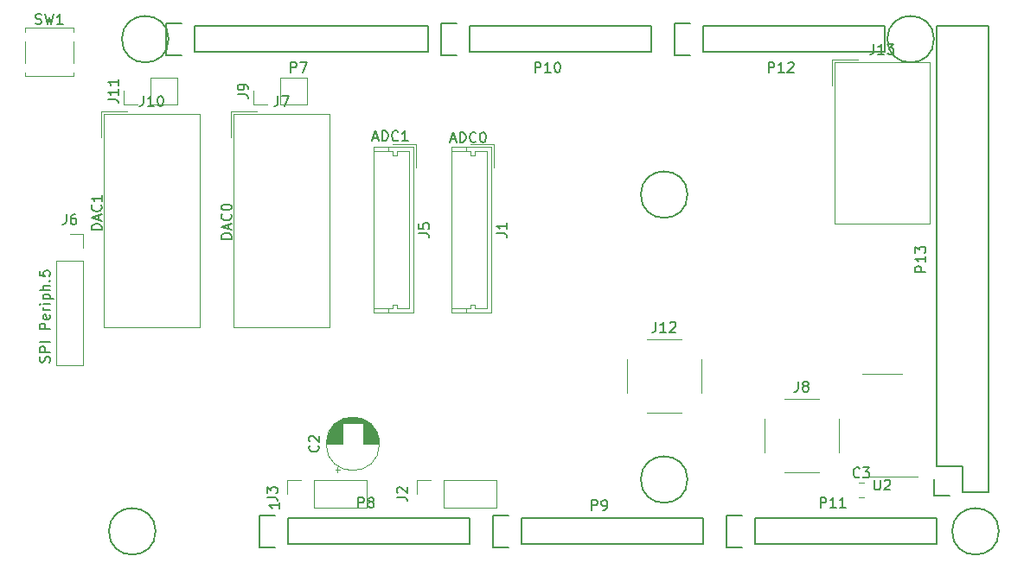
<source format=gbr>
%TF.GenerationSoftware,KiCad,Pcbnew,(5.1.2)-1*%
%TF.CreationDate,2020-03-11T09:00:43+01:00*%
%TF.ProjectId,ArduinoShield_SPIlinedriver_Sync_2V0,41726475-696e-46f5-9368-69656c645f53,rev?*%
%TF.SameCoordinates,Original*%
%TF.FileFunction,Legend,Top*%
%TF.FilePolarity,Positive*%
%FSLAX46Y46*%
G04 Gerber Fmt 4.6, Leading zero omitted, Abs format (unit mm)*
G04 Created by KiCad (PCBNEW (5.1.2)-1) date 2020-03-11 09:00:43*
%MOMM*%
%LPD*%
G04 APERTURE LIST*
%ADD10C,0.150000*%
%ADD11C,0.120000*%
G04 APERTURE END LIST*
D10*
X109243761Y-102544000D02*
X109291380Y-102401142D01*
X109291380Y-102163047D01*
X109243761Y-102067809D01*
X109196142Y-102020190D01*
X109100904Y-101972571D01*
X109005666Y-101972571D01*
X108910428Y-102020190D01*
X108862809Y-102067809D01*
X108815190Y-102163047D01*
X108767571Y-102353523D01*
X108719952Y-102448761D01*
X108672333Y-102496380D01*
X108577095Y-102544000D01*
X108481857Y-102544000D01*
X108386619Y-102496380D01*
X108339000Y-102448761D01*
X108291380Y-102353523D01*
X108291380Y-102115428D01*
X108339000Y-101972571D01*
X109291380Y-101544000D02*
X108291380Y-101544000D01*
X108291380Y-101163047D01*
X108339000Y-101067809D01*
X108386619Y-101020190D01*
X108481857Y-100972571D01*
X108624714Y-100972571D01*
X108719952Y-101020190D01*
X108767571Y-101067809D01*
X108815190Y-101163047D01*
X108815190Y-101544000D01*
X109291380Y-100544000D02*
X108291380Y-100544000D01*
X109291380Y-99305904D02*
X108291380Y-99305904D01*
X108291380Y-98924952D01*
X108339000Y-98829714D01*
X108386619Y-98782095D01*
X108481857Y-98734476D01*
X108624714Y-98734476D01*
X108719952Y-98782095D01*
X108767571Y-98829714D01*
X108815190Y-98924952D01*
X108815190Y-99305904D01*
X109243761Y-97924952D02*
X109291380Y-98020190D01*
X109291380Y-98210666D01*
X109243761Y-98305904D01*
X109148523Y-98353523D01*
X108767571Y-98353523D01*
X108672333Y-98305904D01*
X108624714Y-98210666D01*
X108624714Y-98020190D01*
X108672333Y-97924952D01*
X108767571Y-97877333D01*
X108862809Y-97877333D01*
X108958047Y-98353523D01*
X109291380Y-97448761D02*
X108624714Y-97448761D01*
X108815190Y-97448761D02*
X108719952Y-97401142D01*
X108672333Y-97353523D01*
X108624714Y-97258285D01*
X108624714Y-97163047D01*
X109291380Y-96829714D02*
X108624714Y-96829714D01*
X108291380Y-96829714D02*
X108339000Y-96877333D01*
X108386619Y-96829714D01*
X108339000Y-96782095D01*
X108291380Y-96829714D01*
X108386619Y-96829714D01*
X108624714Y-96353523D02*
X109624714Y-96353523D01*
X108672333Y-96353523D02*
X108624714Y-96258285D01*
X108624714Y-96067809D01*
X108672333Y-95972571D01*
X108719952Y-95924952D01*
X108815190Y-95877333D01*
X109100904Y-95877333D01*
X109196142Y-95924952D01*
X109243761Y-95972571D01*
X109291380Y-96067809D01*
X109291380Y-96258285D01*
X109243761Y-96353523D01*
X109291380Y-95448761D02*
X108291380Y-95448761D01*
X109291380Y-95020190D02*
X108767571Y-95020190D01*
X108672333Y-95067809D01*
X108624714Y-95163047D01*
X108624714Y-95305904D01*
X108672333Y-95401142D01*
X108719952Y-95448761D01*
X109196142Y-94544000D02*
X109243761Y-94496380D01*
X109291380Y-94544000D01*
X109243761Y-94591619D01*
X109196142Y-94544000D01*
X109291380Y-94544000D01*
X108291380Y-93591619D02*
X108291380Y-94067809D01*
X108767571Y-94115428D01*
X108719952Y-94067809D01*
X108672333Y-93972571D01*
X108672333Y-93734476D01*
X108719952Y-93639238D01*
X108767571Y-93591619D01*
X108862809Y-93544000D01*
X109100904Y-93544000D01*
X109196142Y-93591619D01*
X109243761Y-93639238D01*
X109291380Y-93734476D01*
X109291380Y-93972571D01*
X109243761Y-94067809D01*
X109196142Y-94115428D01*
X114371380Y-89550666D02*
X113371380Y-89550666D01*
X113371380Y-89312571D01*
X113419000Y-89169714D01*
X113514238Y-89074476D01*
X113609476Y-89026857D01*
X113799952Y-88979238D01*
X113942809Y-88979238D01*
X114133285Y-89026857D01*
X114228523Y-89074476D01*
X114323761Y-89169714D01*
X114371380Y-89312571D01*
X114371380Y-89550666D01*
X114085666Y-88598285D02*
X114085666Y-88122095D01*
X114371380Y-88693523D02*
X113371380Y-88360190D01*
X114371380Y-88026857D01*
X114276142Y-87122095D02*
X114323761Y-87169714D01*
X114371380Y-87312571D01*
X114371380Y-87407809D01*
X114323761Y-87550666D01*
X114228523Y-87645904D01*
X114133285Y-87693523D01*
X113942809Y-87741142D01*
X113799952Y-87741142D01*
X113609476Y-87693523D01*
X113514238Y-87645904D01*
X113419000Y-87550666D01*
X113371380Y-87407809D01*
X113371380Y-87312571D01*
X113419000Y-87169714D01*
X113466619Y-87122095D01*
X114371380Y-86169714D02*
X114371380Y-86741142D01*
X114371380Y-86455428D02*
X113371380Y-86455428D01*
X113514238Y-86550666D01*
X113609476Y-86645904D01*
X113657095Y-86741142D01*
X127071380Y-90439666D02*
X126071380Y-90439666D01*
X126071380Y-90201571D01*
X126119000Y-90058714D01*
X126214238Y-89963476D01*
X126309476Y-89915857D01*
X126499952Y-89868238D01*
X126642809Y-89868238D01*
X126833285Y-89915857D01*
X126928523Y-89963476D01*
X127023761Y-90058714D01*
X127071380Y-90201571D01*
X127071380Y-90439666D01*
X126785666Y-89487285D02*
X126785666Y-89011095D01*
X127071380Y-89582523D02*
X126071380Y-89249190D01*
X127071380Y-88915857D01*
X126976142Y-88011095D02*
X127023761Y-88058714D01*
X127071380Y-88201571D01*
X127071380Y-88296809D01*
X127023761Y-88439666D01*
X126928523Y-88534904D01*
X126833285Y-88582523D01*
X126642809Y-88630142D01*
X126499952Y-88630142D01*
X126309476Y-88582523D01*
X126214238Y-88534904D01*
X126119000Y-88439666D01*
X126071380Y-88296809D01*
X126071380Y-88201571D01*
X126119000Y-88058714D01*
X126166619Y-88011095D01*
X126071380Y-87392047D02*
X126071380Y-87296809D01*
X126119000Y-87201571D01*
X126166619Y-87153952D01*
X126261857Y-87106333D01*
X126452333Y-87058714D01*
X126690428Y-87058714D01*
X126880904Y-87106333D01*
X126976142Y-87153952D01*
X127023761Y-87201571D01*
X127071380Y-87296809D01*
X127071380Y-87392047D01*
X127023761Y-87487285D01*
X126976142Y-87534904D01*
X126880904Y-87582523D01*
X126690428Y-87630142D01*
X126452333Y-87630142D01*
X126261857Y-87582523D01*
X126166619Y-87534904D01*
X126119000Y-87487285D01*
X126071380Y-87392047D01*
X148526714Y-80684666D02*
X149002904Y-80684666D01*
X148431476Y-80970380D02*
X148764809Y-79970380D01*
X149098142Y-80970380D01*
X149431476Y-80970380D02*
X149431476Y-79970380D01*
X149669571Y-79970380D01*
X149812428Y-80018000D01*
X149907666Y-80113238D01*
X149955285Y-80208476D01*
X150002904Y-80398952D01*
X150002904Y-80541809D01*
X149955285Y-80732285D01*
X149907666Y-80827523D01*
X149812428Y-80922761D01*
X149669571Y-80970380D01*
X149431476Y-80970380D01*
X151002904Y-80875142D02*
X150955285Y-80922761D01*
X150812428Y-80970380D01*
X150717190Y-80970380D01*
X150574333Y-80922761D01*
X150479095Y-80827523D01*
X150431476Y-80732285D01*
X150383857Y-80541809D01*
X150383857Y-80398952D01*
X150431476Y-80208476D01*
X150479095Y-80113238D01*
X150574333Y-80018000D01*
X150717190Y-79970380D01*
X150812428Y-79970380D01*
X150955285Y-80018000D01*
X151002904Y-80065619D01*
X151621952Y-79970380D02*
X151717190Y-79970380D01*
X151812428Y-80018000D01*
X151860047Y-80065619D01*
X151907666Y-80160857D01*
X151955285Y-80351333D01*
X151955285Y-80589428D01*
X151907666Y-80779904D01*
X151860047Y-80875142D01*
X151812428Y-80922761D01*
X151717190Y-80970380D01*
X151621952Y-80970380D01*
X151526714Y-80922761D01*
X151479095Y-80875142D01*
X151431476Y-80779904D01*
X151383857Y-80589428D01*
X151383857Y-80351333D01*
X151431476Y-80160857D01*
X151479095Y-80065619D01*
X151526714Y-80018000D01*
X151621952Y-79970380D01*
X140906714Y-80557666D02*
X141382904Y-80557666D01*
X140811476Y-80843380D02*
X141144809Y-79843380D01*
X141478142Y-80843380D01*
X141811476Y-80843380D02*
X141811476Y-79843380D01*
X142049571Y-79843380D01*
X142192428Y-79891000D01*
X142287666Y-79986238D01*
X142335285Y-80081476D01*
X142382904Y-80271952D01*
X142382904Y-80414809D01*
X142335285Y-80605285D01*
X142287666Y-80700523D01*
X142192428Y-80795761D01*
X142049571Y-80843380D01*
X141811476Y-80843380D01*
X143382904Y-80748142D02*
X143335285Y-80795761D01*
X143192428Y-80843380D01*
X143097190Y-80843380D01*
X142954333Y-80795761D01*
X142859095Y-80700523D01*
X142811476Y-80605285D01*
X142763857Y-80414809D01*
X142763857Y-80271952D01*
X142811476Y-80081476D01*
X142859095Y-79986238D01*
X142954333Y-79891000D01*
X143097190Y-79843380D01*
X143192428Y-79843380D01*
X143335285Y-79891000D01*
X143382904Y-79938619D01*
X144335285Y-80843380D02*
X143763857Y-80843380D01*
X144049571Y-80843380D02*
X144049571Y-79843380D01*
X143954333Y-79986238D01*
X143859095Y-80081476D01*
X143763857Y-80129095D01*
X131770380Y-116300285D02*
X131770380Y-116871714D01*
X131770380Y-116586000D02*
X130770380Y-116586000D01*
X130913238Y-116681238D01*
X131008476Y-116776476D01*
X131056095Y-116871714D01*
D11*
X195429000Y-73136000D02*
X195429000Y-88916000D01*
X195429000Y-88916000D02*
X186079000Y-88916000D01*
X186079000Y-88916000D02*
X186079000Y-73136000D01*
X186079000Y-73136000D02*
X195429000Y-73136000D01*
X185829000Y-72886000D02*
X185829000Y-75426000D01*
X185829000Y-72886000D02*
X188369000Y-72886000D01*
X114328000Y-77966000D02*
X116868000Y-77966000D01*
X114328000Y-77966000D02*
X114328000Y-80506000D01*
X114578000Y-78216000D02*
X123928000Y-78216000D01*
X114578000Y-99076000D02*
X114578000Y-78216000D01*
X123928000Y-99076000D02*
X114578000Y-99076000D01*
X123928000Y-78216000D02*
X123928000Y-99076000D01*
X127028000Y-77966000D02*
X129568000Y-77966000D01*
X127028000Y-77966000D02*
X127028000Y-80506000D01*
X127278000Y-78216000D02*
X136628000Y-78216000D01*
X127278000Y-99076000D02*
X127278000Y-78216000D01*
X136628000Y-99076000D02*
X127278000Y-99076000D01*
X136628000Y-78216000D02*
X136628000Y-99076000D01*
X137213000Y-113092775D02*
X137713000Y-113092775D01*
X137463000Y-113342775D02*
X137463000Y-112842775D01*
X138654000Y-107937000D02*
X139222000Y-107937000D01*
X138420000Y-107977000D02*
X139456000Y-107977000D01*
X138261000Y-108017000D02*
X139615000Y-108017000D01*
X138133000Y-108057000D02*
X139743000Y-108057000D01*
X138023000Y-108097000D02*
X139853000Y-108097000D01*
X137927000Y-108137000D02*
X139949000Y-108137000D01*
X137840000Y-108177000D02*
X140036000Y-108177000D01*
X137760000Y-108217000D02*
X140116000Y-108217000D01*
X137687000Y-108257000D02*
X140189000Y-108257000D01*
X137619000Y-108297000D02*
X140257000Y-108297000D01*
X137555000Y-108337000D02*
X140321000Y-108337000D01*
X137495000Y-108377000D02*
X140381000Y-108377000D01*
X137438000Y-108417000D02*
X140438000Y-108417000D01*
X137384000Y-108457000D02*
X140492000Y-108457000D01*
X137333000Y-108497000D02*
X140543000Y-108497000D01*
X139978000Y-108537000D02*
X140591000Y-108537000D01*
X137285000Y-108537000D02*
X137898000Y-108537000D01*
X139978000Y-108577000D02*
X140637000Y-108577000D01*
X137239000Y-108577000D02*
X137898000Y-108577000D01*
X139978000Y-108617000D02*
X140681000Y-108617000D01*
X137195000Y-108617000D02*
X137898000Y-108617000D01*
X139978000Y-108657000D02*
X140723000Y-108657000D01*
X137153000Y-108657000D02*
X137898000Y-108657000D01*
X139978000Y-108697000D02*
X140764000Y-108697000D01*
X137112000Y-108697000D02*
X137898000Y-108697000D01*
X139978000Y-108737000D02*
X140802000Y-108737000D01*
X137074000Y-108737000D02*
X137898000Y-108737000D01*
X139978000Y-108777000D02*
X140839000Y-108777000D01*
X137037000Y-108777000D02*
X137898000Y-108777000D01*
X139978000Y-108817000D02*
X140875000Y-108817000D01*
X137001000Y-108817000D02*
X137898000Y-108817000D01*
X139978000Y-108857000D02*
X140909000Y-108857000D01*
X136967000Y-108857000D02*
X137898000Y-108857000D01*
X139978000Y-108897000D02*
X140942000Y-108897000D01*
X136934000Y-108897000D02*
X137898000Y-108897000D01*
X139978000Y-108937000D02*
X140973000Y-108937000D01*
X136903000Y-108937000D02*
X137898000Y-108937000D01*
X139978000Y-108977000D02*
X141003000Y-108977000D01*
X136873000Y-108977000D02*
X137898000Y-108977000D01*
X139978000Y-109017000D02*
X141033000Y-109017000D01*
X136843000Y-109017000D02*
X137898000Y-109017000D01*
X139978000Y-109057000D02*
X141060000Y-109057000D01*
X136816000Y-109057000D02*
X137898000Y-109057000D01*
X139978000Y-109097000D02*
X141087000Y-109097000D01*
X136789000Y-109097000D02*
X137898000Y-109097000D01*
X139978000Y-109137000D02*
X141113000Y-109137000D01*
X136763000Y-109137000D02*
X137898000Y-109137000D01*
X139978000Y-109177000D02*
X141138000Y-109177000D01*
X136738000Y-109177000D02*
X137898000Y-109177000D01*
X139978000Y-109217000D02*
X141162000Y-109217000D01*
X136714000Y-109217000D02*
X137898000Y-109217000D01*
X139978000Y-109257000D02*
X141185000Y-109257000D01*
X136691000Y-109257000D02*
X137898000Y-109257000D01*
X139978000Y-109297000D02*
X141206000Y-109297000D01*
X136670000Y-109297000D02*
X137898000Y-109297000D01*
X139978000Y-109337000D02*
X141228000Y-109337000D01*
X136648000Y-109337000D02*
X137898000Y-109337000D01*
X139978000Y-109377000D02*
X141248000Y-109377000D01*
X136628000Y-109377000D02*
X137898000Y-109377000D01*
X139978000Y-109417000D02*
X141267000Y-109417000D01*
X136609000Y-109417000D02*
X137898000Y-109417000D01*
X139978000Y-109457000D02*
X141286000Y-109457000D01*
X136590000Y-109457000D02*
X137898000Y-109457000D01*
X139978000Y-109497000D02*
X141303000Y-109497000D01*
X136573000Y-109497000D02*
X137898000Y-109497000D01*
X139978000Y-109537000D02*
X141320000Y-109537000D01*
X136556000Y-109537000D02*
X137898000Y-109537000D01*
X139978000Y-109577000D02*
X141336000Y-109577000D01*
X136540000Y-109577000D02*
X137898000Y-109577000D01*
X139978000Y-109617000D02*
X141352000Y-109617000D01*
X136524000Y-109617000D02*
X137898000Y-109617000D01*
X139978000Y-109657000D02*
X141366000Y-109657000D01*
X136510000Y-109657000D02*
X137898000Y-109657000D01*
X139978000Y-109697000D02*
X141380000Y-109697000D01*
X136496000Y-109697000D02*
X137898000Y-109697000D01*
X139978000Y-109737000D02*
X141393000Y-109737000D01*
X136483000Y-109737000D02*
X137898000Y-109737000D01*
X139978000Y-109777000D02*
X141406000Y-109777000D01*
X136470000Y-109777000D02*
X137898000Y-109777000D01*
X139978000Y-109817000D02*
X141418000Y-109817000D01*
X136458000Y-109817000D02*
X137898000Y-109817000D01*
X139978000Y-109858000D02*
X141429000Y-109858000D01*
X136447000Y-109858000D02*
X137898000Y-109858000D01*
X139978000Y-109898000D02*
X141439000Y-109898000D01*
X136437000Y-109898000D02*
X137898000Y-109898000D01*
X139978000Y-109938000D02*
X141449000Y-109938000D01*
X136427000Y-109938000D02*
X137898000Y-109938000D01*
X139978000Y-109978000D02*
X141458000Y-109978000D01*
X136418000Y-109978000D02*
X137898000Y-109978000D01*
X139978000Y-110018000D02*
X141466000Y-110018000D01*
X136410000Y-110018000D02*
X137898000Y-110018000D01*
X139978000Y-110058000D02*
X141474000Y-110058000D01*
X136402000Y-110058000D02*
X137898000Y-110058000D01*
X139978000Y-110098000D02*
X141481000Y-110098000D01*
X136395000Y-110098000D02*
X137898000Y-110098000D01*
X139978000Y-110138000D02*
X141488000Y-110138000D01*
X136388000Y-110138000D02*
X137898000Y-110138000D01*
X139978000Y-110178000D02*
X141494000Y-110178000D01*
X136382000Y-110178000D02*
X137898000Y-110178000D01*
X139978000Y-110218000D02*
X141499000Y-110218000D01*
X136377000Y-110218000D02*
X137898000Y-110218000D01*
X139978000Y-110258000D02*
X141503000Y-110258000D01*
X136373000Y-110258000D02*
X137898000Y-110258000D01*
X139978000Y-110298000D02*
X141507000Y-110298000D01*
X136369000Y-110298000D02*
X137898000Y-110298000D01*
X139978000Y-110338000D02*
X141511000Y-110338000D01*
X136365000Y-110338000D02*
X137898000Y-110338000D01*
X139978000Y-110378000D02*
X141514000Y-110378000D01*
X136362000Y-110378000D02*
X137898000Y-110378000D01*
X139978000Y-110418000D02*
X141516000Y-110418000D01*
X136360000Y-110418000D02*
X137898000Y-110418000D01*
X139978000Y-110458000D02*
X141517000Y-110458000D01*
X136359000Y-110458000D02*
X137898000Y-110458000D01*
X136358000Y-110498000D02*
X137898000Y-110498000D01*
X139978000Y-110498000D02*
X141518000Y-110498000D01*
X136358000Y-110538000D02*
X137898000Y-110538000D01*
X139978000Y-110538000D02*
X141518000Y-110538000D01*
X141558000Y-110538000D02*
G75*
G03X141558000Y-110538000I-2620000J0D01*
G01*
X109896600Y-92608400D02*
X112556600Y-92608400D01*
X109896600Y-92608400D02*
X109896600Y-102828400D01*
X109896600Y-102828400D02*
X112556600Y-102828400D01*
X112556600Y-92608400D02*
X112556600Y-102828400D01*
X112556600Y-90008400D02*
X112556600Y-91338400D01*
X111226600Y-90008400D02*
X112556600Y-90008400D01*
D10*
X201168000Y-115316000D02*
X201168000Y-69596000D01*
X196088000Y-69596000D02*
X196088000Y-112776000D01*
X201168000Y-69596000D02*
X196088000Y-69596000D01*
X201168000Y-115316000D02*
X198628000Y-115316000D01*
X195808000Y-114046000D02*
X195808000Y-115596000D01*
X198628000Y-115316000D02*
X198628000Y-112776000D01*
X198628000Y-112776000D02*
X196088000Y-112776000D01*
X195808000Y-115596000D02*
X197358000Y-115596000D01*
X132588000Y-120396000D02*
X150368000Y-120396000D01*
X150368000Y-120396000D02*
X150368000Y-117856000D01*
X150368000Y-117856000D02*
X132588000Y-117856000D01*
X129768000Y-120676000D02*
X131318000Y-120676000D01*
X132588000Y-120396000D02*
X132588000Y-117856000D01*
X131318000Y-117576000D02*
X129768000Y-117576000D01*
X129768000Y-117576000D02*
X129768000Y-120676000D01*
X155448000Y-120396000D02*
X173228000Y-120396000D01*
X173228000Y-120396000D02*
X173228000Y-117856000D01*
X173228000Y-117856000D02*
X155448000Y-117856000D01*
X152628000Y-120676000D02*
X154178000Y-120676000D01*
X155448000Y-120396000D02*
X155448000Y-117856000D01*
X154178000Y-117576000D02*
X152628000Y-117576000D01*
X152628000Y-117576000D02*
X152628000Y-120676000D01*
X178308000Y-120396000D02*
X196088000Y-120396000D01*
X196088000Y-120396000D02*
X196088000Y-117856000D01*
X196088000Y-117856000D02*
X178308000Y-117856000D01*
X175488000Y-120676000D02*
X177038000Y-120676000D01*
X178308000Y-120396000D02*
X178308000Y-117856000D01*
X177038000Y-117576000D02*
X175488000Y-117576000D01*
X175488000Y-117576000D02*
X175488000Y-120676000D01*
X123444000Y-72136000D02*
X146304000Y-72136000D01*
X146304000Y-72136000D02*
X146304000Y-69596000D01*
X146304000Y-69596000D02*
X123444000Y-69596000D01*
X120624000Y-72416000D02*
X122174000Y-72416000D01*
X123444000Y-72136000D02*
X123444000Y-69596000D01*
X122174000Y-69316000D02*
X120624000Y-69316000D01*
X120624000Y-69316000D02*
X120624000Y-72416000D01*
X150368000Y-72136000D02*
X168148000Y-72136000D01*
X168148000Y-72136000D02*
X168148000Y-69596000D01*
X168148000Y-69596000D02*
X150368000Y-69596000D01*
X147548000Y-72416000D02*
X149098000Y-72416000D01*
X150368000Y-72136000D02*
X150368000Y-69596000D01*
X149098000Y-69316000D02*
X147548000Y-69316000D01*
X147548000Y-69316000D02*
X147548000Y-72416000D01*
X173228000Y-72136000D02*
X191008000Y-72136000D01*
X191008000Y-72136000D02*
X191008000Y-69596000D01*
X191008000Y-69596000D02*
X173228000Y-69596000D01*
X170408000Y-72416000D02*
X171958000Y-72416000D01*
X173228000Y-72136000D02*
X173228000Y-69596000D01*
X171958000Y-69316000D02*
X170408000Y-69316000D01*
X170408000Y-69316000D02*
X170408000Y-72416000D01*
X119634000Y-119126000D02*
G75*
G03X119634000Y-119126000I-2286000J0D01*
G01*
X171704000Y-114046000D02*
G75*
G03X171704000Y-114046000I-2286000J0D01*
G01*
X202184000Y-119126000D02*
G75*
G03X202184000Y-119126000I-2286000J0D01*
G01*
X120904000Y-70866000D02*
G75*
G03X120904000Y-70866000I-2286000J0D01*
G01*
X171704000Y-86106000D02*
G75*
G03X171704000Y-86106000I-2286000J0D01*
G01*
X195834000Y-70866000D02*
G75*
G03X195834000Y-70866000I-2286000J0D01*
G01*
D11*
X188463422Y-114352000D02*
X188980578Y-114352000D01*
X188463422Y-115772000D02*
X188980578Y-115772000D01*
X150476000Y-97276000D02*
X148616000Y-97276000D01*
X150476000Y-96876000D02*
X150476000Y-97276000D01*
X150876000Y-96876000D02*
X150476000Y-96876000D01*
X150876000Y-97276000D02*
X150876000Y-96876000D01*
X152086000Y-97276000D02*
X150876000Y-97276000D01*
X152086000Y-89566000D02*
X152086000Y-97276000D01*
X150476000Y-81856000D02*
X148616000Y-81856000D01*
X150476000Y-82256000D02*
X150476000Y-81856000D01*
X150876000Y-82256000D02*
X150476000Y-82256000D01*
X150876000Y-81856000D02*
X150876000Y-82256000D01*
X152086000Y-81856000D02*
X150876000Y-81856000D01*
X152086000Y-89566000D02*
X152086000Y-81856000D01*
X150076000Y-97676000D02*
X150076000Y-97276000D01*
X150076000Y-81456000D02*
X150076000Y-81856000D01*
X152786000Y-81156000D02*
X150486000Y-81156000D01*
X152786000Y-83456000D02*
X152786000Y-81156000D01*
X152486000Y-97676000D02*
X152486000Y-81456000D01*
X148616000Y-97676000D02*
X152486000Y-97676000D01*
X148616000Y-81456000D02*
X148616000Y-97676000D01*
X152486000Y-81456000D02*
X148616000Y-81456000D01*
X144866000Y-81456000D02*
X140996000Y-81456000D01*
X140996000Y-81456000D02*
X140996000Y-97676000D01*
X140996000Y-97676000D02*
X144866000Y-97676000D01*
X144866000Y-97676000D02*
X144866000Y-81456000D01*
X145166000Y-83456000D02*
X145166000Y-81156000D01*
X145166000Y-81156000D02*
X142866000Y-81156000D01*
X142456000Y-81456000D02*
X142456000Y-81856000D01*
X142456000Y-97676000D02*
X142456000Y-97276000D01*
X144466000Y-89566000D02*
X144466000Y-81856000D01*
X144466000Y-81856000D02*
X143256000Y-81856000D01*
X143256000Y-81856000D02*
X143256000Y-82256000D01*
X143256000Y-82256000D02*
X142856000Y-82256000D01*
X142856000Y-82256000D02*
X142856000Y-81856000D01*
X142856000Y-81856000D02*
X140996000Y-81856000D01*
X144466000Y-89566000D02*
X144466000Y-97276000D01*
X144466000Y-97276000D02*
X143256000Y-97276000D01*
X143256000Y-97276000D02*
X143256000Y-96876000D01*
X143256000Y-96876000D02*
X142856000Y-96876000D01*
X142856000Y-96876000D02*
X142856000Y-97276000D01*
X142856000Y-97276000D02*
X140996000Y-97276000D01*
X179270000Y-108068000D02*
X179270000Y-111388000D01*
X186490000Y-108068000D02*
X186490000Y-111388000D01*
X181220000Y-113338000D02*
X184540000Y-113338000D01*
X181220000Y-106118000D02*
X184540000Y-106118000D01*
X167758000Y-100276000D02*
X171078000Y-100276000D01*
X167758000Y-107496000D02*
X171078000Y-107496000D01*
X173028000Y-102226000D02*
X173028000Y-105546000D01*
X165808000Y-102226000D02*
X165808000Y-105546000D01*
X190754000Y-103652000D02*
X188804000Y-103652000D01*
X190754000Y-103652000D02*
X192704000Y-103652000D01*
X190754000Y-113772000D02*
X188804000Y-113772000D01*
X190754000Y-113772000D02*
X194204000Y-113772000D01*
X106850000Y-69766000D02*
X111590000Y-69766000D01*
X106850000Y-69766000D02*
X106850000Y-70166000D01*
X111590000Y-69766000D02*
X111590000Y-70166000D01*
X106850000Y-74506000D02*
X106850000Y-74106000D01*
X106850000Y-74506000D02*
X111590000Y-74506000D01*
X111590000Y-74506000D02*
X111590000Y-74106000D01*
X111590000Y-73166000D02*
X111590000Y-71106000D01*
X106850000Y-73166000D02*
X106850000Y-71106000D01*
X129226000Y-77276000D02*
X129226000Y-75946000D01*
X130556000Y-77276000D02*
X129226000Y-77276000D01*
X131826000Y-77276000D02*
X131826000Y-74616000D01*
X131826000Y-74616000D02*
X134426000Y-74616000D01*
X131826000Y-77276000D02*
X134426000Y-77276000D01*
X134426000Y-77276000D02*
X134426000Y-74616000D01*
X121726000Y-77276000D02*
X121726000Y-74616000D01*
X119126000Y-77276000D02*
X121726000Y-77276000D01*
X119126000Y-74616000D02*
X121726000Y-74616000D01*
X119126000Y-77276000D02*
X119126000Y-74616000D01*
X117856000Y-77276000D02*
X116526000Y-77276000D01*
X116526000Y-77276000D02*
X116526000Y-75946000D01*
X147828000Y-116773000D02*
X147828000Y-114113000D01*
X147828000Y-116773000D02*
X152968000Y-116773000D01*
X152968000Y-116773000D02*
X152968000Y-114113000D01*
X147828000Y-114113000D02*
X152968000Y-114113000D01*
X145228000Y-114113000D02*
X146558000Y-114113000D01*
X145228000Y-115443000D02*
X145228000Y-114113000D01*
X132528000Y-115443000D02*
X132528000Y-114113000D01*
X132528000Y-114113000D02*
X133858000Y-114113000D01*
X135128000Y-114113000D02*
X140268000Y-114113000D01*
X140268000Y-116773000D02*
X140268000Y-114113000D01*
X135128000Y-116773000D02*
X140268000Y-116773000D01*
X135128000Y-116773000D02*
X135128000Y-114113000D01*
D10*
X189944476Y-71334380D02*
X189944476Y-72048666D01*
X189896857Y-72191523D01*
X189801619Y-72286761D01*
X189658761Y-72334380D01*
X189563523Y-72334380D01*
X190944476Y-72334380D02*
X190373047Y-72334380D01*
X190658761Y-72334380D02*
X190658761Y-71334380D01*
X190563523Y-71477238D01*
X190468285Y-71572476D01*
X190373047Y-71620095D01*
X191277809Y-71334380D02*
X191896857Y-71334380D01*
X191563523Y-71715333D01*
X191706380Y-71715333D01*
X191801619Y-71762952D01*
X191849238Y-71810571D01*
X191896857Y-71905809D01*
X191896857Y-72143904D01*
X191849238Y-72239142D01*
X191801619Y-72286761D01*
X191706380Y-72334380D01*
X191420666Y-72334380D01*
X191325428Y-72286761D01*
X191277809Y-72239142D01*
X118443476Y-76414380D02*
X118443476Y-77128666D01*
X118395857Y-77271523D01*
X118300619Y-77366761D01*
X118157761Y-77414380D01*
X118062523Y-77414380D01*
X119443476Y-77414380D02*
X118872047Y-77414380D01*
X119157761Y-77414380D02*
X119157761Y-76414380D01*
X119062523Y-76557238D01*
X118967285Y-76652476D01*
X118872047Y-76700095D01*
X120062523Y-76414380D02*
X120157761Y-76414380D01*
X120253000Y-76462000D01*
X120300619Y-76509619D01*
X120348238Y-76604857D01*
X120395857Y-76795333D01*
X120395857Y-77033428D01*
X120348238Y-77223904D01*
X120300619Y-77319142D01*
X120253000Y-77366761D01*
X120157761Y-77414380D01*
X120062523Y-77414380D01*
X119967285Y-77366761D01*
X119919666Y-77319142D01*
X119872047Y-77223904D01*
X119824428Y-77033428D01*
X119824428Y-76795333D01*
X119872047Y-76604857D01*
X119919666Y-76509619D01*
X119967285Y-76462000D01*
X120062523Y-76414380D01*
X131619666Y-76414380D02*
X131619666Y-77128666D01*
X131572047Y-77271523D01*
X131476809Y-77366761D01*
X131333952Y-77414380D01*
X131238714Y-77414380D01*
X132000619Y-76414380D02*
X132667285Y-76414380D01*
X132238714Y-77414380D01*
X135545142Y-110704666D02*
X135592761Y-110752285D01*
X135640380Y-110895142D01*
X135640380Y-110990380D01*
X135592761Y-111133238D01*
X135497523Y-111228476D01*
X135402285Y-111276095D01*
X135211809Y-111323714D01*
X135068952Y-111323714D01*
X134878476Y-111276095D01*
X134783238Y-111228476D01*
X134688000Y-111133238D01*
X134640380Y-110990380D01*
X134640380Y-110895142D01*
X134688000Y-110752285D01*
X134735619Y-110704666D01*
X134735619Y-110323714D02*
X134688000Y-110276095D01*
X134640380Y-110180857D01*
X134640380Y-109942761D01*
X134688000Y-109847523D01*
X134735619Y-109799904D01*
X134830857Y-109752285D01*
X134926095Y-109752285D01*
X135068952Y-109799904D01*
X135640380Y-110371333D01*
X135640380Y-109752285D01*
X110893266Y-88020780D02*
X110893266Y-88735066D01*
X110845647Y-88877923D01*
X110750409Y-88973161D01*
X110607552Y-89020780D01*
X110512314Y-89020780D01*
X111798028Y-88020780D02*
X111607552Y-88020780D01*
X111512314Y-88068400D01*
X111464695Y-88116019D01*
X111369457Y-88258876D01*
X111321838Y-88449352D01*
X111321838Y-88830304D01*
X111369457Y-88925542D01*
X111417076Y-88973161D01*
X111512314Y-89020780D01*
X111702790Y-89020780D01*
X111798028Y-88973161D01*
X111845647Y-88925542D01*
X111893266Y-88830304D01*
X111893266Y-88592209D01*
X111845647Y-88496971D01*
X111798028Y-88449352D01*
X111702790Y-88401733D01*
X111512314Y-88401733D01*
X111417076Y-88449352D01*
X111369457Y-88496971D01*
X111321838Y-88592209D01*
X195016380Y-93670285D02*
X194016380Y-93670285D01*
X194016380Y-93289333D01*
X194064000Y-93194095D01*
X194111619Y-93146476D01*
X194206857Y-93098857D01*
X194349714Y-93098857D01*
X194444952Y-93146476D01*
X194492571Y-93194095D01*
X194540190Y-93289333D01*
X194540190Y-93670285D01*
X195016380Y-92146476D02*
X195016380Y-92717904D01*
X195016380Y-92432190D02*
X194016380Y-92432190D01*
X194159238Y-92527428D01*
X194254476Y-92622666D01*
X194302095Y-92717904D01*
X194016380Y-91813142D02*
X194016380Y-91194095D01*
X194397333Y-91527428D01*
X194397333Y-91384571D01*
X194444952Y-91289333D01*
X194492571Y-91241714D01*
X194587809Y-91194095D01*
X194825904Y-91194095D01*
X194921142Y-91241714D01*
X194968761Y-91289333D01*
X195016380Y-91384571D01*
X195016380Y-91670285D01*
X194968761Y-91765523D01*
X194921142Y-91813142D01*
X139469904Y-116784380D02*
X139469904Y-115784380D01*
X139850857Y-115784380D01*
X139946095Y-115832000D01*
X139993714Y-115879619D01*
X140041333Y-115974857D01*
X140041333Y-116117714D01*
X139993714Y-116212952D01*
X139946095Y-116260571D01*
X139850857Y-116308190D01*
X139469904Y-116308190D01*
X140612761Y-116212952D02*
X140517523Y-116165333D01*
X140469904Y-116117714D01*
X140422285Y-116022476D01*
X140422285Y-115974857D01*
X140469904Y-115879619D01*
X140517523Y-115832000D01*
X140612761Y-115784380D01*
X140803238Y-115784380D01*
X140898476Y-115832000D01*
X140946095Y-115879619D01*
X140993714Y-115974857D01*
X140993714Y-116022476D01*
X140946095Y-116117714D01*
X140898476Y-116165333D01*
X140803238Y-116212952D01*
X140612761Y-116212952D01*
X140517523Y-116260571D01*
X140469904Y-116308190D01*
X140422285Y-116403428D01*
X140422285Y-116593904D01*
X140469904Y-116689142D01*
X140517523Y-116736761D01*
X140612761Y-116784380D01*
X140803238Y-116784380D01*
X140898476Y-116736761D01*
X140946095Y-116689142D01*
X140993714Y-116593904D01*
X140993714Y-116403428D01*
X140946095Y-116308190D01*
X140898476Y-116260571D01*
X140803238Y-116212952D01*
X162329904Y-117038380D02*
X162329904Y-116038380D01*
X162710857Y-116038380D01*
X162806095Y-116086000D01*
X162853714Y-116133619D01*
X162901333Y-116228857D01*
X162901333Y-116371714D01*
X162853714Y-116466952D01*
X162806095Y-116514571D01*
X162710857Y-116562190D01*
X162329904Y-116562190D01*
X163377523Y-117038380D02*
X163568000Y-117038380D01*
X163663238Y-116990761D01*
X163710857Y-116943142D01*
X163806095Y-116800285D01*
X163853714Y-116609809D01*
X163853714Y-116228857D01*
X163806095Y-116133619D01*
X163758476Y-116086000D01*
X163663238Y-116038380D01*
X163472761Y-116038380D01*
X163377523Y-116086000D01*
X163329904Y-116133619D01*
X163282285Y-116228857D01*
X163282285Y-116466952D01*
X163329904Y-116562190D01*
X163377523Y-116609809D01*
X163472761Y-116657428D01*
X163663238Y-116657428D01*
X163758476Y-116609809D01*
X163806095Y-116562190D01*
X163853714Y-116466952D01*
X184713714Y-116784380D02*
X184713714Y-115784380D01*
X185094666Y-115784380D01*
X185189904Y-115832000D01*
X185237523Y-115879619D01*
X185285142Y-115974857D01*
X185285142Y-116117714D01*
X185237523Y-116212952D01*
X185189904Y-116260571D01*
X185094666Y-116308190D01*
X184713714Y-116308190D01*
X186237523Y-116784380D02*
X185666095Y-116784380D01*
X185951809Y-116784380D02*
X185951809Y-115784380D01*
X185856571Y-115927238D01*
X185761333Y-116022476D01*
X185666095Y-116070095D01*
X187189904Y-116784380D02*
X186618476Y-116784380D01*
X186904190Y-116784380D02*
X186904190Y-115784380D01*
X186808952Y-115927238D01*
X186713714Y-116022476D01*
X186618476Y-116070095D01*
X132865904Y-74112380D02*
X132865904Y-73112380D01*
X133246857Y-73112380D01*
X133342095Y-73160000D01*
X133389714Y-73207619D01*
X133437333Y-73302857D01*
X133437333Y-73445714D01*
X133389714Y-73540952D01*
X133342095Y-73588571D01*
X133246857Y-73636190D01*
X132865904Y-73636190D01*
X133770666Y-73112380D02*
X134437333Y-73112380D01*
X134008761Y-74112380D01*
X156773714Y-74112380D02*
X156773714Y-73112380D01*
X157154666Y-73112380D01*
X157249904Y-73160000D01*
X157297523Y-73207619D01*
X157345142Y-73302857D01*
X157345142Y-73445714D01*
X157297523Y-73540952D01*
X157249904Y-73588571D01*
X157154666Y-73636190D01*
X156773714Y-73636190D01*
X158297523Y-74112380D02*
X157726095Y-74112380D01*
X158011809Y-74112380D02*
X158011809Y-73112380D01*
X157916571Y-73255238D01*
X157821333Y-73350476D01*
X157726095Y-73398095D01*
X158916571Y-73112380D02*
X159011809Y-73112380D01*
X159107047Y-73160000D01*
X159154666Y-73207619D01*
X159202285Y-73302857D01*
X159249904Y-73493333D01*
X159249904Y-73731428D01*
X159202285Y-73921904D01*
X159154666Y-74017142D01*
X159107047Y-74064761D01*
X159011809Y-74112380D01*
X158916571Y-74112380D01*
X158821333Y-74064761D01*
X158773714Y-74017142D01*
X158726095Y-73921904D01*
X158678476Y-73731428D01*
X158678476Y-73493333D01*
X158726095Y-73302857D01*
X158773714Y-73207619D01*
X158821333Y-73160000D01*
X158916571Y-73112380D01*
X179633714Y-74112380D02*
X179633714Y-73112380D01*
X180014666Y-73112380D01*
X180109904Y-73160000D01*
X180157523Y-73207619D01*
X180205142Y-73302857D01*
X180205142Y-73445714D01*
X180157523Y-73540952D01*
X180109904Y-73588571D01*
X180014666Y-73636190D01*
X179633714Y-73636190D01*
X181157523Y-74112380D02*
X180586095Y-74112380D01*
X180871809Y-74112380D02*
X180871809Y-73112380D01*
X180776571Y-73255238D01*
X180681333Y-73350476D01*
X180586095Y-73398095D01*
X181538476Y-73207619D02*
X181586095Y-73160000D01*
X181681333Y-73112380D01*
X181919428Y-73112380D01*
X182014666Y-73160000D01*
X182062285Y-73207619D01*
X182109904Y-73302857D01*
X182109904Y-73398095D01*
X182062285Y-73540952D01*
X181490857Y-74112380D01*
X182109904Y-74112380D01*
X188555333Y-113769142D02*
X188507714Y-113816761D01*
X188364857Y-113864380D01*
X188269619Y-113864380D01*
X188126761Y-113816761D01*
X188031523Y-113721523D01*
X187983904Y-113626285D01*
X187936285Y-113435809D01*
X187936285Y-113292952D01*
X187983904Y-113102476D01*
X188031523Y-113007238D01*
X188126761Y-112912000D01*
X188269619Y-112864380D01*
X188364857Y-112864380D01*
X188507714Y-112912000D01*
X188555333Y-112959619D01*
X188888666Y-112864380D02*
X189507714Y-112864380D01*
X189174380Y-113245333D01*
X189317238Y-113245333D01*
X189412476Y-113292952D01*
X189460095Y-113340571D01*
X189507714Y-113435809D01*
X189507714Y-113673904D01*
X189460095Y-113769142D01*
X189412476Y-113816761D01*
X189317238Y-113864380D01*
X189031523Y-113864380D01*
X188936285Y-113816761D01*
X188888666Y-113769142D01*
X153028380Y-89899333D02*
X153742666Y-89899333D01*
X153885523Y-89946952D01*
X153980761Y-90042190D01*
X154028380Y-90185047D01*
X154028380Y-90280285D01*
X154028380Y-88899333D02*
X154028380Y-89470761D01*
X154028380Y-89185047D02*
X153028380Y-89185047D01*
X153171238Y-89280285D01*
X153266476Y-89375523D01*
X153314095Y-89470761D01*
X145408380Y-89899333D02*
X146122666Y-89899333D01*
X146265523Y-89946952D01*
X146360761Y-90042190D01*
X146408380Y-90185047D01*
X146408380Y-90280285D01*
X145408380Y-88946952D02*
X145408380Y-89423142D01*
X145884571Y-89470761D01*
X145836952Y-89423142D01*
X145789333Y-89327904D01*
X145789333Y-89089809D01*
X145836952Y-88994571D01*
X145884571Y-88946952D01*
X145979809Y-88899333D01*
X146217904Y-88899333D01*
X146313142Y-88946952D01*
X146360761Y-88994571D01*
X146408380Y-89089809D01*
X146408380Y-89327904D01*
X146360761Y-89423142D01*
X146313142Y-89470761D01*
X182546666Y-104430380D02*
X182546666Y-105144666D01*
X182499047Y-105287523D01*
X182403809Y-105382761D01*
X182260952Y-105430380D01*
X182165714Y-105430380D01*
X183165714Y-104858952D02*
X183070476Y-104811333D01*
X183022857Y-104763714D01*
X182975238Y-104668476D01*
X182975238Y-104620857D01*
X183022857Y-104525619D01*
X183070476Y-104478000D01*
X183165714Y-104430380D01*
X183356190Y-104430380D01*
X183451428Y-104478000D01*
X183499047Y-104525619D01*
X183546666Y-104620857D01*
X183546666Y-104668476D01*
X183499047Y-104763714D01*
X183451428Y-104811333D01*
X183356190Y-104858952D01*
X183165714Y-104858952D01*
X183070476Y-104906571D01*
X183022857Y-104954190D01*
X182975238Y-105049428D01*
X182975238Y-105239904D01*
X183022857Y-105335142D01*
X183070476Y-105382761D01*
X183165714Y-105430380D01*
X183356190Y-105430380D01*
X183451428Y-105382761D01*
X183499047Y-105335142D01*
X183546666Y-105239904D01*
X183546666Y-105049428D01*
X183499047Y-104954190D01*
X183451428Y-104906571D01*
X183356190Y-104858952D01*
X168608476Y-98588380D02*
X168608476Y-99302666D01*
X168560857Y-99445523D01*
X168465619Y-99540761D01*
X168322761Y-99588380D01*
X168227523Y-99588380D01*
X169608476Y-99588380D02*
X169037047Y-99588380D01*
X169322761Y-99588380D02*
X169322761Y-98588380D01*
X169227523Y-98731238D01*
X169132285Y-98826476D01*
X169037047Y-98874095D01*
X169989428Y-98683619D02*
X170037047Y-98636000D01*
X170132285Y-98588380D01*
X170370380Y-98588380D01*
X170465619Y-98636000D01*
X170513238Y-98683619D01*
X170560857Y-98778857D01*
X170560857Y-98874095D01*
X170513238Y-99016952D01*
X169941809Y-99588380D01*
X170560857Y-99588380D01*
X189992095Y-114064380D02*
X189992095Y-114873904D01*
X190039714Y-114969142D01*
X190087333Y-115016761D01*
X190182571Y-115064380D01*
X190373047Y-115064380D01*
X190468285Y-115016761D01*
X190515904Y-114969142D01*
X190563523Y-114873904D01*
X190563523Y-114064380D01*
X190992095Y-114159619D02*
X191039714Y-114112000D01*
X191134952Y-114064380D01*
X191373047Y-114064380D01*
X191468285Y-114112000D01*
X191515904Y-114159619D01*
X191563523Y-114254857D01*
X191563523Y-114350095D01*
X191515904Y-114492952D01*
X190944476Y-115064380D01*
X191563523Y-115064380D01*
X107886666Y-69340761D02*
X108029523Y-69388380D01*
X108267619Y-69388380D01*
X108362857Y-69340761D01*
X108410476Y-69293142D01*
X108458095Y-69197904D01*
X108458095Y-69102666D01*
X108410476Y-69007428D01*
X108362857Y-68959809D01*
X108267619Y-68912190D01*
X108077142Y-68864571D01*
X107981904Y-68816952D01*
X107934285Y-68769333D01*
X107886666Y-68674095D01*
X107886666Y-68578857D01*
X107934285Y-68483619D01*
X107981904Y-68436000D01*
X108077142Y-68388380D01*
X108315238Y-68388380D01*
X108458095Y-68436000D01*
X108791428Y-68388380D02*
X109029523Y-69388380D01*
X109220000Y-68674095D01*
X109410476Y-69388380D01*
X109648571Y-68388380D01*
X110553333Y-69388380D02*
X109981904Y-69388380D01*
X110267619Y-69388380D02*
X110267619Y-68388380D01*
X110172380Y-68531238D01*
X110077142Y-68626476D01*
X109981904Y-68674095D01*
X127678380Y-76279333D02*
X128392666Y-76279333D01*
X128535523Y-76326952D01*
X128630761Y-76422190D01*
X128678380Y-76565047D01*
X128678380Y-76660285D01*
X128678380Y-75755523D02*
X128678380Y-75565047D01*
X128630761Y-75469809D01*
X128583142Y-75422190D01*
X128440285Y-75326952D01*
X128249809Y-75279333D01*
X127868857Y-75279333D01*
X127773619Y-75326952D01*
X127726000Y-75374571D01*
X127678380Y-75469809D01*
X127678380Y-75660285D01*
X127726000Y-75755523D01*
X127773619Y-75803142D01*
X127868857Y-75850761D01*
X128106952Y-75850761D01*
X128202190Y-75803142D01*
X128249809Y-75755523D01*
X128297428Y-75660285D01*
X128297428Y-75469809D01*
X128249809Y-75374571D01*
X128202190Y-75326952D01*
X128106952Y-75279333D01*
X114978380Y-76755523D02*
X115692666Y-76755523D01*
X115835523Y-76803142D01*
X115930761Y-76898380D01*
X115978380Y-77041238D01*
X115978380Y-77136476D01*
X115978380Y-75755523D02*
X115978380Y-76326952D01*
X115978380Y-76041238D02*
X114978380Y-76041238D01*
X115121238Y-76136476D01*
X115216476Y-76231714D01*
X115264095Y-76326952D01*
X115978380Y-74803142D02*
X115978380Y-75374571D01*
X115978380Y-75088857D02*
X114978380Y-75088857D01*
X115121238Y-75184095D01*
X115216476Y-75279333D01*
X115264095Y-75374571D01*
X143240380Y-115776333D02*
X143954666Y-115776333D01*
X144097523Y-115823952D01*
X144192761Y-115919190D01*
X144240380Y-116062047D01*
X144240380Y-116157285D01*
X143335619Y-115347761D02*
X143288000Y-115300142D01*
X143240380Y-115204904D01*
X143240380Y-114966809D01*
X143288000Y-114871571D01*
X143335619Y-114823952D01*
X143430857Y-114776333D01*
X143526095Y-114776333D01*
X143668952Y-114823952D01*
X144240380Y-115395380D01*
X144240380Y-114776333D01*
X130540380Y-115776333D02*
X131254666Y-115776333D01*
X131397523Y-115823952D01*
X131492761Y-115919190D01*
X131540380Y-116062047D01*
X131540380Y-116157285D01*
X130540380Y-115395380D02*
X130540380Y-114776333D01*
X130921333Y-115109666D01*
X130921333Y-114966809D01*
X130968952Y-114871571D01*
X131016571Y-114823952D01*
X131111809Y-114776333D01*
X131349904Y-114776333D01*
X131445142Y-114823952D01*
X131492761Y-114871571D01*
X131540380Y-114966809D01*
X131540380Y-115252523D01*
X131492761Y-115347761D01*
X131445142Y-115395380D01*
M02*

</source>
